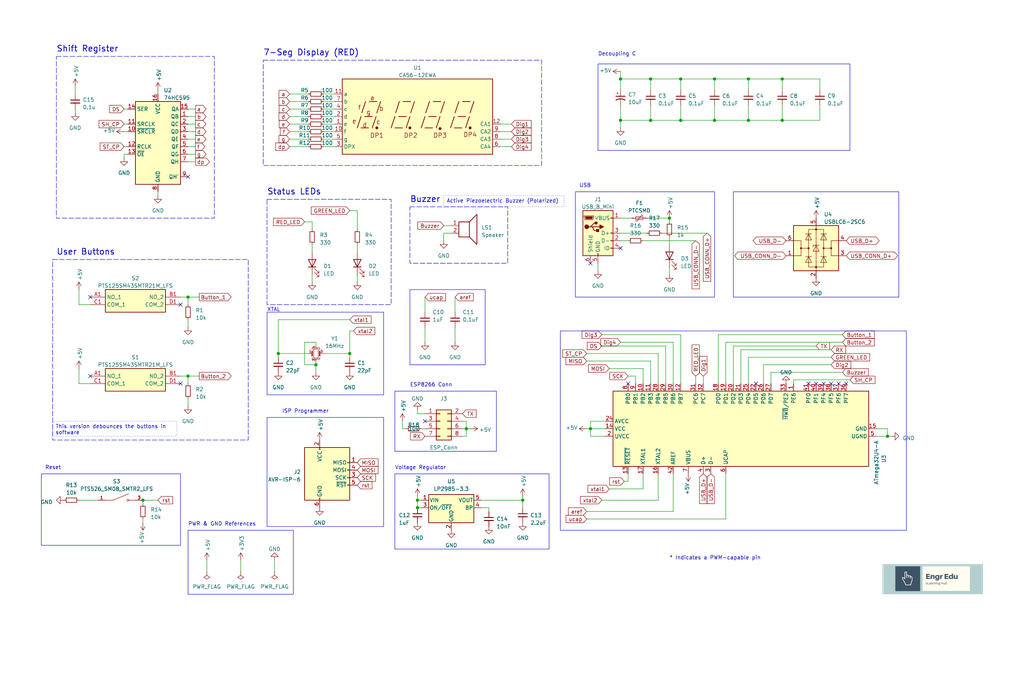
<source format=kicad_sch>
(kicad_sch (version 20230121) (generator eeschema)
  (paper "User" 345.796 230.378)
  (title_block (title "Arduino Uno Shield") (date "2023-03-22") (rev "1.0"))
  (lib_symbols
    (symbol "74xx:74HC595"
      (property "Reference" "U" (at -7.62 13.97 0))
      (property "Value" "74HC595" (at -7.62 -16.51 0))
      (symbol "74HC595_1_0"
        (pin tri_state line (at 10.16 7.62 180) (length 2.54) (name "QB") (number "1"))
        (pin input line (at -10.16 2.54 0) (length 2.54) (name "~{SRCLR}") (number "10"))
        (pin input line (at -10.16 5.08 0) (length 2.54) (name "SRCLK") (number "11"))
        (pin input line (at -10.16 -2.54 0) (length 2.54) (name "RCLK") (number "12"))
        (pin input line (at -10.16 -5.08 0) (length 2.54) (name "~{OE}") (number "13"))
        (pin input line (at -10.16 10.16 0) (length 2.54) (name "SER") (number "14"))
        (pin tri_state line (at 10.16 10.16 180) (length 2.54) (name "QA") (number "15"))
        (pin power_in line (at 0 15.24 270) (length 2.54) (name "VCC") (number "16"))
        (pin tri_state line (at 10.16 5.08 180) (length 2.54) (name "QC") (number "2"))
        (pin tri_state line (at 10.16 2.54 180) (length 2.54) (name "QD") (number "3"))
        (pin tri_state line (at 10.16 0 180) (length 2.54) (name "QE") (number "4"))
        (pin tri_state line (at 10.16 -2.54 180) (length 2.54) (name "QF") (number "5"))
        (pin tri_state line (at 10.16 -5.08 180) (length 2.54) (name "QG") (number "6"))
        (pin tri_state line (at 10.16 -7.62 180) (length 2.54) (name "QH") (number "7"))
        (pin power_in line (at 0 -17.78 90) (length 2.54) (name "GND") (number "8"))
        (pin output line (at 10.16 -12.7 180) (length 2.54) (name "QH'") (number "9"))
      )
    )
    (symbol "Connector:AVR-ISP-6" (pin_names (offset 1.016))
      (property "Reference" "J" (at -6.35 11.43 0))
      (property "Value" "AVR-ISP-6" (at 0 11.43 0))
      (symbol "AVR-ISP-6_1_1"
        (pin passive line (at 10.16 5.08 180) (length 2.54) (name "MISO") (number "1"))
        (pin passive line (at -2.54 12.7 270) (length 2.54) (name "VCC") (number "2"))
        (pin passive line (at 10.16 0 180) (length 2.54) (name "SCK") (number "3"))
        (pin passive line (at 10.16 2.54 180) (length 2.54) (name "MOSI") (number "4"))
        (pin passive line (at 10.16 -2.54 180) (length 2.54) (name "~{RST}") (number "5"))
        (pin passive line (at -2.54 -10.16 90) (length 2.54) (name "GND") (number "6"))
      )
    )
    (symbol "Connector:USB_B_Mini" (pin_names (offset 1.016))
      (property "Reference" "J" (at -5.08 11.43 0))
      (property "Value" "USB_B_Mini" (at -5.08 8.89 0))
      (symbol "USB_B_Mini_1_1"
        (pin power_out line (at 7.62 5.08 180) (length 2.54) (name "VBUS") (number "1"))
        (pin bidirectional line (at 7.62 -2.54 180) (length 2.54) (name "D-") (number "2"))
        (pin bidirectional line (at 7.62 0 180) (length 2.54) (name "D+") (number "3"))
        (pin passive line (at 7.62 -5.08 180) (length 2.54) (name "ID") (number "4"))
        (pin power_out line (at 0 -10.16 90) (length 2.54) (name "GND") (number "5"))
        (pin passive line (at -2.54 -10.16 90) (length 2.54) (name "Shield") (number "6"))
      )
    )
    (symbol "Connector_Generic:Conn_02x04_Odd_Even" (pin_names (offset 1.016) hide)
      (property "Reference" "J" (at 1.27 5.08 0))
      (property "Value" "Conn_02x04_Odd_Even" (at 1.27 -7.62 0))
      (symbol "Conn_02x04_Odd_Even_1_1"
        (pin passive line (at -5.08 2.54 0) (length 3.81) (name "Pin_1") (number "1"))
        (pin passive line (at 7.62 2.54 180) (length 3.81) (name "Pin_2") (number "2"))
        (pin passive line (at -5.08 0 0) (length 3.81) (name "Pin_3") (number "3"))
        (pin passive line (at 7.62 0 180) (length 3.81) (name "Pin_4") (number "4"))
        (pin passive line (at -5.08 -2.54 0) (length 3.81) (name "Pin_5") (number "5"))
        (pin passive line (at 7.62 -2.54 180) (length 3.81) (name "Pin_6") (number "6"))
        (pin passive line (at -5.08 -5.08 0) (length 3.81) (name "Pin_7") (number "7"))
        (pin passive line (at 7.62 -5.08 180) (length 3.81) (name "Pin_8") (number "8"))
      )
    )
    (symbol "Device:C_Polarized_Small_US" (pin_numbers hide) (pin_names (offset 0.254) hide)
      (property "Reference" "C" (at 0.254 1.778 0))
      (property "Value" "C_Polarized_Small_US" (at 0.254 -2.032 0))
      (symbol "C_Polarized_Small_US_1_1"
        (pin passive line (at 0 2.54 270) (length 2.032) (name "~") (number "1"))
        (pin passive line (at 0 -2.54 90) (length 2.032) (name "~") (number "2"))
      )
    )
    (symbol "Device:C_Small" (pin_numbers hide) (pin_names (offset 0.254) hide)
      (property "Reference" "C" (at 0.254 1.778 0))
      (property "Value" "C_Small" (at 0.254 -2.032 0))
      (symbol "C_Small_1_1"
        (pin passive line (at 0 2.54 270) (length 2.032) (name "~") (number "1"))
        (pin passive line (at 0 -2.54 90) (length 2.032) (name "~") (number "2"))
      )
    )
    (symbol "Device:Crystal_GND24_Small" (pin_names (offset 1.016) hide)
      (property "Reference" "Y" (at 1.27 4.445 0))
      (property "Value" "Crystal_GND24_Small" (at 1.27 2.54 0))
      (symbol "Crystal_GND24_Small_1_1"
        (pin passive line (at -2.54 0 0) (length 1.27) (name "1") (number "1"))
        (pin passive line (at 0 -2.54 90) (length 0.635) (name "2") (number "2"))
        (pin passive line (at 2.54 0 180) (length 1.27) (name "3") (number "3"))
        (pin passive line (at 0 2.54 270) (length 0.635) (name "4") (number "4"))
      )
    )
    (symbol "Device:LED" (pin_numbers hide) (pin_names (offset 1.016) hide)
      (property "Reference" "D" (at 0 2.54 0))
      (property "Value" "LED" (at 0 -2.54 0))
      (symbol "LED_1_1"
        (pin passive line (at -3.81 0 0) (length 2.54) (name "K") (number "1"))
        (pin passive line (at 3.81 0 180) (length 2.54) (name "A") (number "2"))
      )
    )
    (symbol "Device:Polyfuse_Small" (pin_numbers hide) (pin_names (offset 0))
      (property "Reference" "F" (at -1.905 0 90))
      (property "Value" "Polyfuse_Small" (at 1.905 0 90))
      (symbol "Polyfuse_Small_1_1"
        (pin passive line (at 0 2.54 270) (length 0.635) (name "~") (number "1"))
        (pin passive line (at 0 -2.54 90) (length 0.635) (name "~") (number "2"))
      )
    )
    (symbol "Device:R_Small" (pin_numbers hide) (pin_names (offset 0.254) hide)
      (property "Reference" "R" (at 0.762 0.508 0))
      (property "Value" "R_Small" (at 0.762 -1.016 0))
      (symbol "R_Small_1_1"
        (pin passive line (at 0 2.54 270) (length 0.762) (name "~") (number "1"))
        (pin passive line (at 0 -2.54 90) (length 0.762) (name "~") (number "2"))
      )
    )
    (symbol "Device:Speaker" (pin_names (offset 0) hide)
      (property "Reference" "LS" (at 1.27 5.715 0))
      (property "Value" "Speaker" (at 1.27 3.81 0))
      (symbol "Speaker_1_1"
        (pin input line (at -5.08 0 0) (length 2.54) (name "1") (number "1"))
        (pin input line (at -5.08 -2.54 0) (length 2.54) (name "2") (number "2"))
      )
    )
    (symbol "Display_Character:CA56-12EWA"
      (property "Reference" "U" (at -24.13 13.97 0))
      (property "Value" "CA56-12EWA" (at 19.05 13.97 0))
      (symbol "CA56-12EWA_0_0"
        (text "a" (at -15.24 6.35 0) (effects (font (size 1.524 1.524))))
        (text "b" (at -12.192 2.794 0) (effects (font (size 1.524 1.524))))
        (text "c" (at -13.208 -1.778 0) (effects (font (size 1.524 1.524))))
        (text "d" (at -17.78 -2.794 0) (effects (font (size 1.524 1.524))))
        (text "DP1" (at -13.716 -6.35 0) (effects (font (size 1.524 1.524))))
        (text "DP2" (at -2.286 -6.35 0) (effects (font (size 1.524 1.524))))
        (text "DP3" (at 7.62 -6.35 0) (effects (font (size 1.524 1.524))))
        (text "DP4" (at 17.78 -6.096 0) (effects (font (size 1.524 1.524))))
        (text "e" (at -21.336 -1.524 0) (effects (font (size 1.524 1.524))))
        (text "f" (at -19.558 3.048 0) (effects (font (size 1.524 1.524))))
        (text "g" (at -16.51 1.524 0) (effects (font (size 1.524 1.524))))
      )
      (symbol "CA56-12EWA_1_1"
        (pin input line (at -27.94 -2.54 0) (length 2.54) (name "e") (number "1"))
        (pin input line (at -27.94 -5.08 0) (length 2.54) (name "f") (number "10"))
        (pin input line (at -27.94 7.62 0) (length 2.54) (name "a") (number "11"))
        (pin input line (at 27.94 -2.54 180) (length 2.54) (name "CA1") (number "12"))
        (pin input line (at -27.94 0 0) (length 2.54) (name "d") (number "2"))
        (pin input line (at -27.94 -10.16 0) (length 2.54) (name "DPX") (number "3"))
        (pin input line (at -27.94 2.54 0) (length 2.54) (name "c") (number "4"))
        (pin input line (at -27.94 -7.62 0) (length 2.54) (name "g") (number "5"))
        (pin input line (at 27.94 -10.16 180) (length 2.54) (name "CA4") (number "6"))
        (pin input line (at -27.94 5.08 0) (length 2.54) (name "b") (number "7"))
        (pin input line (at 27.94 -7.62 180) (length 2.54) (name "CA3") (number "8"))
        (pin input line (at 27.94 -5.08 180) (length 2.54) (name "CA2") (number "9"))
      )
    )
    (symbol "GND_1" (power) (pin_names (offset 0))
      (property "Value" "GND_1" (at 0 -3.81 0))
      (symbol "GND_1_1_1"
        (pin power_in line (at 0 0 270) (length 0) hide (name "GND") (number "1"))
      )
    )
    (symbol "GND_2" (power) (pin_names (offset 0))
      (property "Value" "GND_2" (at 0 -3.81 0))
      (symbol "GND_2_1_1"
        (pin power_in line (at 0 0 270) (length 0) hide (name "GND") (number "1"))
      )
    )
    (symbol "GND_3" (power) (pin_names (offset 0))
      (property "Value" "GND_3" (at 0 -3.81 0))
      (symbol "GND_3_1_1"
        (pin power_in line (at 0 0 270) (length 0) hide (name "GND") (number "1"))
      )
    )
    (symbol "MCU_Microchip_ATmega:ATmega32U4-A"
      (property "Reference" "U" (at -12.7 44.45 0))
      (property "Value" "ATmega32U4-A" (at 2.54 -44.45 0))
      (symbol "ATmega32U4-A_1_1"
        (pin bidirectional line (at 15.24 -17.78 180) (length 2.54) (name "PE6") (number "1"))
        (pin bidirectional line (at 15.24 33.02 180) (length 2.54) (name "PB2") (number "10"))
        (pin bidirectional line (at 15.24 30.48 180) (length 2.54) (name "PB3") (number "11"))
        (pin bidirectional line (at 15.24 20.32 180) (length 2.54) (name "PB7") (number "12"))
        (pin input line (at -15.24 38.1 0) (length 2.54) (name "~{RESET}") (number "13"))
        (pin power_in line (at 0 45.72 270) (length 2.54) (name "VCC") (number "14"))
        (pin power_in line (at 0 -45.72 90) (length 2.54) (name "GND") (number "15"))
        (pin output line (at -15.24 27.94 0) (length 2.54) (name "XTAL2") (number "16"))
        (pin input line (at -15.24 33.02 0) (length 2.54) (name "XTAL1") (number "17"))
        (pin bidirectional line (at 15.24 7.62 180) (length 2.54) (name "PD0") (number "18"))
        (pin bidirectional line (at 15.24 5.08 180) (length 2.54) (name "PD1") (number "19"))
        (pin power_in line (at -2.54 45.72 270) (length 2.54) (name "UVCC") (number "2"))
        (pin bidirectional line (at 15.24 2.54 180) (length 2.54) (name "PD2") (number "20"))
        (pin bidirectional line (at 15.24 0 180) (length 2.54) (name "PD3") (number "21"))
        (pin bidirectional line (at 15.24 -5.08 180) (length 2.54) (name "PD5") (number "22"))
        (pin passive line (at 0 -45.72 90) (length 2.54) hide (name "GND") (number "23"))
        (pin power_in line (at 2.54 45.72 270) (length 2.54) (name "AVCC") (number "24"))
        (pin bidirectional line (at 15.24 -2.54 180) (length 2.54) (name "PD4") (number "25"))
        (pin bidirectional line (at 15.24 -7.62 180) (length 2.54) (name "PD6") (number "26"))
        (pin bidirectional line (at 15.24 -10.16 180) (length 2.54) (name "PD7") (number "27"))
        (pin bidirectional line (at 15.24 27.94 180) (length 2.54) (name "PB4") (number "28"))
        (pin bidirectional line (at 15.24 25.4 180) (length 2.54) (name "PB5") (number "29"))
        (pin bidirectional line (at -15.24 10.16 0) (length 2.54) (name "D-") (number "3"))
        (pin bidirectional line (at 15.24 22.86 180) (length 2.54) (name "PB6") (number "30"))
        (pin bidirectional line (at 15.24 15.24 180) (length 2.54) (name "PC6") (number "31"))
        (pin bidirectional line (at 15.24 12.7 180) (length 2.54) (name "PC7") (number "32"))
        (pin bidirectional line (at 15.24 -15.24 180) (length 2.54) (name "~{HWB}/PE2") (number "33"))
        (pin passive line (at 0 45.72 270) (length 2.54) hide (name "VCC") (number "34"))
        (pin passive line (at 0 -45.72 90) (length 2.54) hide (name "GND") (number "35"))
        (pin bidirectional line (at 15.24 -35.56 180) (length 2.54) (name "PF7") (number "36"))
        (pin bidirectional line (at 15.24 -33.02 180) (length 2.54) (name "PF6") (number "37"))
        (pin bidirectional line (at 15.24 -30.48 180) (length 2.54) (name "PF5") (number "38"))
        (pin bidirectional line (at 15.24 -27.94 180) (length 2.54) (name "PF4") (number "39"))
        (pin bidirectional line (at -15.24 12.7 0) (length 2.54) (name "D+") (number "4"))
        (pin bidirectional line (at 15.24 -25.4 180) (length 2.54) (name "PF1") (number "40"))
        (pin bidirectional line (at 15.24 -22.86 180) (length 2.54) (name "PF0") (number "41"))
        (pin passive line (at -15.24 22.86 0) (length 2.54) (name "AREF") (number "42"))
        (pin passive line (at 0 -45.72 90) (length 2.54) hide (name "GND") (number "43"))
        (pin passive line (at 2.54 45.72 270) (length 2.54) hide (name "AVCC") (number "44"))
        (pin passive line (at -2.54 -45.72 90) (length 2.54) (name "UGND") (number "5"))
        (pin passive line (at -15.24 5.08 0) (length 2.54) (name "UCAP") (number "6"))
        (pin input line (at -15.24 17.78 0) (length 2.54) (name "VBUS") (number "7"))
        (pin bidirectional line (at 15.24 38.1 180) (length 2.54) (name "PB0") (number "8"))
        (pin bidirectional line (at 15.24 35.56 180) (length 2.54) (name "PB1") (number "9"))
      )
    )
    (symbol "PTS125_SMD_Button:PTS125SM43SMTR21M_LFS"
      (property "Reference" "S" (at 26.67 7.62 0))
      (property "Value" "PTS125SM43SMTR21M_LFS" (at 26.67 5.08 0))
      (symbol "PTS125SM43SMTR21M_LFS_1_1"
        (pin passive line (at 0 0 0) (length 5.08) (name "NO_1") (number "A1"))
        (pin passive line (at 30.48 0 180) (length 5.08) (name "NO_2") (number "B1"))
        (pin passive line (at 0 -2.54 0) (length 5.08) (name "COM_1") (number "C1"))
        (pin passive line (at 30.48 -2.54 180) (length 5.08) (name "COM_2") (number "D1"))
      )
    )
    (symbol "PTS526_SMD_Button:PTS526_SM08_SMTR2_LFS" (pin_names (offset 1.016))
      (property "Reference" "S" (at -2.54 2.54 0))
      (property "Value" "PTS526_SM08_SMTR2_LFS" (at -2.54 -2.54 0))
      (symbol "PTS526_SM08_SMTR2_LFS_0_0"
        (pin passive line (at -7.62 0 0) (length 2.54) (name "~") (number "1"))
        (pin passive line (at 7.62 0 180) (length 2.54) (name "~") (number "3"))
      )
    )
    (symbol "Power_Protection:USBLC6-2SC6" (pin_names hide)
      (property "Reference" "U" (at 2.54 8.89 0))
      (property "Value" "USBLC6-2SC6" (at 2.54 -8.89 0))
      (symbol "USBLC6-2SC6_1_1"
        (pin passive line (at -10.16 -2.54 0) (length 2.54) (name "I/O1") (number "1"))
        (pin passive line (at 0 -10.16 90) (length 2.54) (name "GND") (number "2"))
        (pin passive line (at 10.16 -2.54 180) (length 2.54) (name "I/O2") (number "3"))
        (pin passive line (at 10.16 2.54 180) (length 2.54) (name "I/O2") (number "4"))
        (pin passive line (at 0 10.16 270) (length 2.54) (name "VBUS") (number "5"))
        (pin passive line (at -10.16 2.54 0) (length 2.54) (name "I/O1") (number "6"))
      )
    )
    (symbol "Regulator_Linear:LP2985-3.3" (pin_names (offset 0.254))
      (property "Reference" "U" (at -6.35 5.715 0))
      (property "Value" "LP2985-3.3" (at 0 5.715 0))
      (symbol "LP2985-3.3_1_1"
        (pin power_in line (at -10.16 2.54 0) (length 2.54) (name "VIN") (number "1"))
        (pin power_in line (at 0 -7.62 90) (length 2.54) (name "GND") (number "2"))
        (pin input line (at -10.16 0 0) (length 2.54) (name "ON/~{OFF}") (number "3"))
        (pin input line (at 10.16 0 180) (length 2.54) (name "BP") (number "4"))
        (pin power_out line (at 10.16 2.54 180) (length 2.54) (name "VOUT") (number "5"))
      )
    )
    (symbol "power:+3V3" (power) (pin_names (offset 0))
      (property "Value" "+3V3" (at 0 3.556 0))
      (symbol "+3V3_1_1"
        (pin power_in line (at 0 0 90) (length 0) hide (name "+3V3") (number "1"))
      )
    )
    (symbol "power:+5V" (power) (pin_names (offset 0))
      (property "Value" "+5V" (at 0 3.556 0))
      (symbol "+5V_1_1"
        (pin power_in line (at 0 0 90) (length 0) hide (name "+5V") (number "1"))
      )
    )
    (symbol "power:PWR_FLAG" (power) (pin_numbers hide) (pin_names (offset 0) hide)
      (property "Value" "PWR_FLAG" (at 0 3.81 0))
      (symbol "PWR_FLAG_0_0"
        (pin power_out line (at 0 0 90) (length 0) (name "pwr") (number "1"))
      )
    )
  )
  (junction (at 118.11 119.38))
  (junction (at 93.98 119.38))
  (junction (at 264.16 40.64))
  (junction (at 176.53 168.91))
  (junction (at 140.97 171.45))
  (junction (at 241.3 26.67))
  (junction (at 264.16 26.67))
  (junction (at 219.71 40.64))
  (junction (at 48.26 168.91))
  (junction (at 157.48 144.78))
  (junction (at 241.3 40.64))
  (junction (at 229.87 26.67))
  (junction (at 252.73 40.64))
  (junction (at 199.39 144.78))
  (junction (at 63.5 127))
  (junction (at 226.06 73.66))
  (junction (at 252.73 26.67))
  (junction (at 229.87 40.64))
  (junction (at 140.97 168.91))
  (junction (at 106.68 123.19))
  (junction (at 63.5 100.33))
  (junction (at 209.55 26.67))
  (junction (at 299.72 147.32))
  (junction (at 209.55 40.64))
  (junction (at 219.71 26.67))
  (no_connect (at 255.27 129.54))
  (no_connect (at 143.51 142.24))
  (no_connect (at 280.67 129.54))
  (no_connect (at 60.96 102.87))
  (no_connect (at 283.21 129.54))
  (no_connect (at 30.48 100.33))
  (no_connect (at 199.39 88.9))
  (no_connect (at 60.96 129.54))
  (no_connect (at 209.55 83.82))
  (no_connect (at 212.09 129.54))
  (no_connect (at 275.59 129.54))
  (no_connect (at 63.5 59.69))
  (no_connect (at 273.05 129.54))
  (no_connect (at 278.13 129.54))
  (no_connect (at 30.48 127))
  (no_connect (at 285.75 129.54))
  (wire (pts (xy 162.56 168.91) (xy 176.53 168.91)))
  (wire (pts (xy 222.25 119.38) (xy 198.12 119.38)))
  (wire (pts (xy 229.87 35.56) (xy 229.87 40.64)))
  (wire (pts (xy 53.34 64.77) (xy 53.34 66.04)))
  (wire (pts (xy 153.67 110.49) (xy 153.67 115.57)))
  (wire (pts (xy 63.5 127) (xy 63.5 129.54)))
  (wire (pts (xy 157.48 147.32) (xy 156.21 147.32)))
  (wire (pts (xy 109.22 36.83) (xy 113.03 36.83)))
  (wire (pts (xy 209.55 24.13) (xy 209.55 26.67)))
  (wire (pts (xy 140.97 138.43) (xy 140.97 139.7)))
  (wire (pts (xy 118.11 119.38) (xy 118.11 120.65)))
  (wire (pts (xy 92.71 189.23) (xy 92.71 193.04)))
  (wire (pts (xy 25.4 29.21) (xy 25.4 31.75)))
  (wire (pts (xy 142.24 144.78) (xy 143.51 144.78)))
  (wire (pts (xy 48.26 170.18) (xy 48.26 168.91)))
  (wire (pts (xy 149.86 78.74) (xy 149.86 81.28)))
  (wire (pts (xy 217.17 124.46) (xy 217.17 129.54)))
  (wire (pts (xy 198.12 121.92) (xy 219.71 121.92)))
  (wire (pts (xy 63.5 36.83) (xy 66.04 36.83)))
  (wire (pts (xy 217.17 160.02) (xy 217.17 165.1)))
  (wire (pts (xy 63.5 127) (xy 67.31 127)))
  (wire (pts (xy 30.48 102.87) (xy 26.67 102.87)))
  (wire (pts (xy 241.3 26.67) (xy 252.73 26.67)))
  (wire (pts (xy 63.5 100.33) (xy 63.5 102.87)))
  (wire (pts (xy 102.87 115.57) (xy 106.68 115.57)))
  (wire (pts (xy 219.71 121.92) (xy 219.71 129.54)))
  (wire (pts (xy 241.3 26.67) (xy 241.3 30.48)))
  (wire (pts (xy 226.06 90.17) (xy 226.06 92.71)))
  (wire (pts (xy 205.74 124.46) (xy 217.17 124.46)))
  (wire (pts (xy 105.41 82.55) (xy 105.41 85.09)))
  (wire (pts (xy 102.87 123.19) (xy 102.87 115.57)))
  (wire (pts (xy 222.25 168.91) (xy 203.2 168.91)))
  (wire (pts (xy 199.39 142.24) (xy 199.39 144.78)))
  (wire (pts (xy 280.67 118.11) (xy 250.19 118.11)))
  (wire (pts (xy 41.91 41.91) (xy 43.18 41.91)))
  (wire (pts (xy 229.87 40.64) (xy 241.3 40.64)))
  (wire (pts (xy 69.85 189.23) (xy 69.85 193.04)))
  (wire (pts (xy 93.98 107.95) (xy 93.98 119.38)))
  (wire (pts (xy 153.67 100.33) (xy 153.67 105.41)))
  (wire (pts (xy 284.48 115.57) (xy 245.11 115.57)))
  (wire (pts (xy 252.73 40.64) (xy 264.16 40.64)))
  (wire (pts (xy 106.68 123.19) (xy 102.87 123.19)))
  (wire (pts (xy 219.71 40.64) (xy 209.55 40.64)))
  (wire (pts (xy 118.11 111.76) (xy 118.11 119.38)))
  (wire (pts (xy 97.79 36.83) (xy 104.14 36.83)))
  (wire (pts (xy 276.86 35.56) (xy 276.86 40.64)))
  (wire (pts (xy 149.86 76.2) (xy 152.4 76.2)))
  (wire (pts (xy 140.97 171.45) (xy 142.24 171.45)))
  (wire (pts (xy 284.48 113.03) (xy 242.57 113.03)))
  (wire (pts (xy 168.91 44.45) (xy 172.72 44.45)))
  (wire (pts (xy 223.52 78.74) (xy 238.76 78.74)))
  (wire (pts (xy 299.72 147.32) (xy 299.72 144.78)))
  (wire (pts (xy 120.65 71.12) (xy 120.65 77.47)))
  (wire (pts (xy 252.73 35.56) (xy 252.73 40.64)))
  (wire (pts (xy 81.28 189.23) (xy 81.28 193.04)))
  (wire (pts (xy 229.87 26.67) (xy 241.3 26.67)))
  (wire (pts (xy 93.98 120.65) (xy 93.98 119.38)))
  (wire (pts (xy 97.79 34.29) (xy 104.14 34.29)))
  (wire (pts (xy 43.18 52.07) (xy 41.91 52.07)))
  (wire (pts (xy 227.33 115.57) (xy 227.33 129.54)))
  (wire (pts (xy 218.44 73.66) (xy 226.06 73.66)))
  (wire (pts (xy 237.49 127) (xy 237.49 129.54)))
  (wire (pts (xy 176.53 168.91) (xy 176.53 171.45)))
  (wire (pts (xy 120.65 82.55) (xy 120.65 85.09)))
  (wire (pts (xy 97.79 41.91) (xy 104.14 41.91)))
  (wire (pts (xy 264.16 26.67) (xy 264.16 30.48)))
  (wire (pts (xy 176.53 167.64) (xy 176.53 168.91)))
  (wire (pts (xy 53.34 30.48) (xy 53.34 31.75)))
  (wire (pts (xy 257.81 123.19) (xy 257.81 129.54)))
  (wire (pts (xy 140.97 167.64) (xy 140.97 168.91)))
  (wire (pts (xy 118.11 71.12) (xy 120.65 71.12)))
  (wire (pts (xy 106.68 123.19) (xy 106.68 125.73)))
  (wire (pts (xy 287.02 128.27) (xy 267.97 128.27)))
  (wire (pts (xy 280.67 123.19) (xy 257.81 123.19)))
  (wire (pts (xy 250.19 118.11) (xy 250.19 129.54)))
  (wire (pts (xy 217.17 165.1) (xy 205.74 165.1)))
  (wire (pts (xy 245.11 115.57) (xy 245.11 129.54)))
  (wire (pts (xy 97.79 44.45) (xy 104.14 44.45)))
  (wire (pts (xy 295.91 147.32) (xy 299.72 147.32)))
  (wire (pts (xy 41.91 36.83) (xy 43.18 36.83)))
  (wire (pts (xy 140.97 139.7) (xy 143.51 139.7)))
  (wire (pts (xy 109.22 31.75) (xy 113.03 31.75)))
  (wire (pts (xy 63.5 100.33) (xy 67.31 100.33)))
  (wire (pts (xy 203.2 116.84) (xy 224.79 116.84)))
  (wire (pts (xy 234.95 127) (xy 234.95 129.54)))
  (wire (pts (xy 199.39 144.78) (xy 204.47 144.78)))
  (wire (pts (xy 120.65 92.71) (xy 120.65 95.25)))
  (wire (pts (xy 63.5 49.53) (xy 66.04 49.53)))
  (wire (pts (xy 168.91 46.99) (xy 172.72 46.99)))
  (wire (pts (xy 198.12 144.78) (xy 199.39 144.78)))
  (wire (pts (xy 109.22 119.38) (xy 118.11 119.38)))
  (wire (pts (xy 252.73 26.67) (xy 264.16 26.67)))
  (wire (pts (xy 165.1 171.45) (xy 165.1 172.72)))
  (wire (pts (xy 41.91 44.45) (xy 43.18 44.45)))
  (wire (pts (xy 209.55 26.67) (xy 219.71 26.67)))
  (wire (pts (xy 109.22 39.37) (xy 113.03 39.37)))
  (wire (pts (xy 60.96 100.33) (xy 63.5 100.33)))
  (wire (pts (xy 284.48 125.73) (xy 260.35 125.73)))
  (wire (pts (xy 241.3 40.64) (xy 252.73 40.64)))
  (wire (pts (xy 118.11 107.95) (xy 93.98 107.95)))
  (wire (pts (xy 48.26 175.26) (xy 48.26 176.53)))
  (wire (pts (xy 212.09 162.56) (xy 212.09 160.02)))
  (wire (pts (xy 217.17 81.28) (xy 234.95 81.28)))
  (wire (pts (xy 203.2 113.03) (xy 229.87 113.03)))
  (wire (pts (xy 204.47 147.32) (xy 199.39 147.32)))
  (wire (pts (xy 201.93 88.9) (xy 201.93 91.44)))
  (wire (pts (xy 226.06 73.66) (xy 226.06 74.93)))
  (wire (pts (xy 157.48 144.78) (xy 157.48 147.32)))
  (wire (pts (xy 97.79 49.53) (xy 104.14 49.53)))
  (wire (pts (xy 152.4 78.74) (xy 149.86 78.74)))
  (wire (pts (xy 48.26 168.91) (xy 53.34 168.91)))
  (wire (pts (xy 252.73 26.67) (xy 252.73 30.48)))
  (wire (pts (xy 222.25 160.02) (xy 222.25 168.91)))
  (wire (pts (xy 241.3 35.56) (xy 241.3 40.64)))
  (wire (pts (xy 156.21 142.24) (xy 157.48 142.24)))
  (wire (pts (xy 93.98 119.38) (xy 104.14 119.38)))
  (wire (pts (xy 264.16 35.56) (xy 264.16 40.64)))
  (wire (pts (xy 226.06 80.01) (xy 226.06 82.55)))
  (wire (pts (xy 219.71 26.67) (xy 219.71 30.48)))
  (wire (pts (xy 41.91 52.07) (xy 41.91 53.34)))
  (wire (pts (xy 209.55 40.64) (xy 209.55 43.18)))
  (wire (pts (xy 109.22 46.99) (xy 113.03 46.99)))
  (wire (pts (xy 198.12 175.26) (xy 245.11 175.26)))
  (wire (pts (xy 63.5 41.91) (xy 66.04 41.91)))
  (wire (pts (xy 109.22 34.29) (xy 113.03 34.29)))
  (wire (pts (xy 97.79 39.37) (xy 104.14 39.37)))
  (wire (pts (xy 209.55 81.28) (xy 212.09 81.28)))
  (wire (pts (xy 135.89 144.78) (xy 135.89 142.24)))
  (wire (pts (xy 109.22 44.45) (xy 113.03 44.45)))
  (wire (pts (xy 140.97 168.91) (xy 140.97 171.45)))
  (wire (pts (xy 156.21 144.78) (xy 157.48 144.78)))
  (wire (pts (xy 280.67 120.65) (xy 252.73 120.65)))
  (wire (pts (xy 63.5 107.95) (xy 63.5 110.49)))
  (wire (pts (xy 26.67 168.91) (xy 33.02 168.91)))
  (wire (pts (xy 264.16 40.64) (xy 276.86 40.64)))
  (wire (pts (xy 209.55 26.67) (xy 209.55 30.48)))
  (wire (pts (xy 210.82 162.56) (xy 212.09 162.56)))
  (wire (pts (xy 63.5 44.45) (xy 66.04 44.45)))
  (wire (pts (xy 198.12 172.72) (xy 227.33 172.72)))
  (wire (pts (xy 199.39 142.24) (xy 204.47 142.24)))
  (wire (pts (xy 142.24 168.91) (xy 140.97 168.91)))
  (wire (pts (xy 219.71 35.56) (xy 219.71 40.64)))
  (wire (pts (xy 252.73 120.65) (xy 252.73 129.54)))
  (wire (pts (xy 168.91 49.53) (xy 172.72 49.53)))
  (wire (pts (xy 63.5 46.99) (xy 66.04 46.99)))
  (wire (pts (xy 229.87 113.03) (xy 229.87 129.54)))
  (wire (pts (xy 26.67 102.87) (xy 26.67 97.79)))
  (wire (pts (xy 245.11 175.26) (xy 245.11 160.02)))
  (wire (pts (xy 63.5 39.37) (xy 66.04 39.37)))
  (wire (pts (xy 219.71 26.67) (xy 229.87 26.67)))
  (wire (pts (xy 119.38 111.76) (xy 118.11 111.76)))
  (wire (pts (xy 242.57 113.03) (xy 242.57 129.54)))
  (wire (pts (xy 63.5 134.62) (xy 63.5 137.16)))
  (wire (pts (xy 229.87 26.67) (xy 229.87 30.48)))
  (wire (pts (xy 143.51 110.49) (xy 143.51 115.57)))
  (wire (pts (xy 209.55 78.74) (xy 218.44 78.74)))
  (wire (pts (xy 97.79 31.75) (xy 104.14 31.75)))
  (wire (pts (xy 97.79 46.99) (xy 104.14 46.99)))
  (wire (pts (xy 106.68 115.57) (xy 106.68 116.84)))
  (wire (pts (xy 212.09 127) (xy 214.63 127)))
  (wire (pts (xy 25.4 38.1) (xy 25.4 36.83)))
  (wire (pts (xy 162.56 171.45) (xy 165.1 171.45)))
  (wire (pts (xy 157.48 142.24) (xy 157.48 144.78)))
  (wire (pts (xy 137.16 144.78) (xy 135.89 144.78)))
  (wire (pts (xy 105.41 74.93) (xy 105.41 77.47)))
  (wire (pts (xy 105.41 92.71) (xy 105.41 95.25)))
  (wire (pts (xy 222.25 129.54) (xy 222.25 119.38)))
  (wire (pts (xy 26.67 129.54) (xy 26.67 124.46)))
  (wire (pts (xy 275.59 116.84) (xy 247.65 116.84)))
  (wire (pts (xy 199.39 144.78) (xy 199.39 147.32)))
  (wire (pts (xy 209.55 115.57) (xy 227.33 115.57)))
  (wire (pts (xy 260.35 125.73) (xy 260.35 129.54)))
  (wire (pts (xy 109.22 41.91) (xy 113.03 41.91)))
  (wire (pts (xy 209.55 73.66) (xy 213.36 73.66)))
  (wire (pts (xy 63.5 54.61) (xy 66.04 54.61)))
  (wire (pts (xy 247.65 116.84) (xy 247.65 129.54)))
  (wire (pts (xy 227.33 172.72) (xy 227.33 160.02)))
  (wire (pts (xy 267.97 128.27) (xy 267.97 129.54)))
  (wire (pts (xy 295.91 144.78) (xy 299.72 144.78)))
  (wire (pts (xy 168.91 41.91) (xy 172.72 41.91)))
  (wire (pts (xy 30.48 129.54) (xy 26.67 129.54)))
  (wire (pts (xy 299.72 147.32) (xy 300.99 147.32)))
  (wire (pts (xy 157.48 144.78) (xy 158.75 144.78)))
  (wire (pts (xy 106.68 121.92) (xy 106.68 123.19)))
  (wire (pts (xy 41.91 49.53) (xy 43.18 49.53)))
  (wire (pts (xy 214.63 127) (xy 214.63 129.54)))
  (wire (pts (xy 219.71 40.64) (xy 229.87 40.64)))
  (wire (pts (xy 60.96 127) (xy 63.5 127)))
  (wire (pts (xy 276.86 26.67) (xy 276.86 30.48)))
  (wire (pts (xy 224.79 116.84) (xy 224.79 129.54)))
  (wire (pts (xy 102.87 74.93) (xy 105.41 74.93)))
  (wire (pts (xy 143.51 100.33) (xy 143.51 105.41)))
  (wire (pts (xy 63.5 52.07) (xy 66.04 52.07)))
  (wire (pts (xy 209.55 35.56) (xy 209.55 40.64)))
  (wire (pts (xy 264.16 26.67) (xy 276.86 26.67)))
  (wire (pts (xy 109.22 49.53) (xy 113.03 49.53)))
  (rectangle (start 63.5 179.07) (end 99.06 200.66))
  (rectangle (start 247.65 64.77) (end 303.53 100.33))
  (rectangle (start 133.35 160.02) (end 185.42 185.42))
  (rectangle (start 90.17 67.31) (end 132.08 102.87) (stroke (width 0) (type dash)))
  (rectangle (start 189.23 111.76) (end 306.07 179.07))
  (rectangle (start 201.93 21.59) (end 287.02 50.8))
  (rectangle (start 133.35 132.08) (end 167.64 152.4))
  (rectangle (start 138.43 69.85) (end 171.45 88.9) (stroke (width 0) (type dash)))
  (rectangle (start 17.78 87.63) (end 83.82 148.59) (stroke (width 0) (type dash)))
  (rectangle (start 90.17 105.41) (end 129.54 133.35))
  (rectangle (start 90.17 140.97) (end 129.54 177.8))
  (rectangle (start 13.97 160.02) (end 60.96 184.15))
  (rectangle (start 19.05 19.05) (end 72.39 73.66) (stroke (width 0) (type dash)))
  (rectangle (start 194.31 64.77) (end 241.3 100.33))
  (rectangle (start 88.9 20.32) (end 182.88 55.88) (stroke (width 0) (type dash)))
  (rectangle (start 138.43 97.79) (end 163.83 123.19))
  (image (at 314.96 195.58) (scale 0.800628))
  (text_box "Active Piezoelectric Buzzer (Polarized)" (at 149.86 66.04 0) (size 40.64 3.81) (stroke (width 0) (type dot)) (effects (font (size 1.27 1.27)) (justify left top)))
  (text_box "This version debounces the buttons in software" (at 17.78 142.24 0) (size 41.91 5.08) (stroke (width 0) (type dot)) (effects (font (size 1.27 1.27)) (justify left top)))
  (text "Shift Register" (at 19.05 17.78 0) (effects (font (size 2 2) (thickness 0.254) bold) (justify left bottom)))
  (text "USB" (at 195.58 63.5 0) (effects (font (size 1.27 1.27)) (justify left bottom)))
  (text "Voltage Regulator" (at 133.35 158.75 0) (effects (font (size 1.27 1.27)) (justify left bottom)))
  (text "Decoupling C" (at 201.93 19.05 0) (effects (font (size 1.27 1.27)) (justify left bottom)))
  (text "Status LEDs" (at 90.17 66.04 0) (effects (font (size 2 2) (thickness 0.254) bold) (justify left bottom)))
  (text "ESP8266 Conn" (at 138.43 130.81 0) (effects (font (size 1.27 1.27)) (justify left bottom)))
  (text "Reset" (at 15.24 158.75 0) (effects (font (size 1.27 1.27)) (justify left bottom)))
  (text "User Buttons" (at 19.05 86.36 0) (effects (font (size 2 2) (thickness 0.254) bold) (justify left bottom)))
  (text "PWR & GND References" (at 63.5 177.8 0) (effects (font (size 1.27 1.27)) (justify left bottom)))
  (text "Buzzer" (at 138.43 68.58 0) (effects (font (size 2 2) (thickness 0.254) bold) (justify left bottom)))
  (text "* Indicates a PWM-capable pin" (at 226.06 189.23 0) (effects (font (size 1.27 1.27)) (justify left bottom)))
  (text "7-Seg Display (RED)" (at 88.9 19.05 0) (effects (font (size 2 2) (thickness 0.254) bold) (justify left bottom)))
  (text "XTAL\n" (at 90.17 105.41 0) (effects (font (size 1.27 1.27)) (justify left bottom)))
  (text "ISP Programmer" (at 95.25 139.7 0) (effects (font (size 1.27 1.27)) (justify left bottom)))
  (global_label "GREEN_LED" (shape input) (at 280.67 120.65 0) (property "Intersheetrefs" "${INTERSHEET_REFS}" (effects hide)))
  (global_label "xtal2" (shape input) (at 203.2 168.91 180) (property "Intersheetrefs" "${INTERSHEET_REFS}" (effects hide)))
  (global_label "e" (shape output) (at 66.04 46.99 0) (property "Intersheetrefs" "${INTERSHEET_REFS}" (effects hide)))
  (global_label "Button_1" (shape output) (at 67.31 100.33 0) (property "Intersheetrefs" "${INTERSHEET_REFS}" (effects hide)))
  (global_label "Dig2" (shape input) (at 280.67 123.19 0) (property "Intersheetrefs" "${INTERSHEET_REFS}" (effects hide)))
  (global_label "g" (shape output) (at 66.04 52.07 0) (property "Intersheetrefs" "${INTERSHEET_REFS}" (effects hide)))
  (global_label "USB_CONN_D-" (shape bidirectional) (at 265.43 86.36 180) (property "Intersheetrefs" "${INTERSHEET_REFS}" (effects hide)))
  (global_label "USB_D+" (shape bidirectional) (at 285.75 81.28 0) (property "Intersheetrefs" "${INTERSHEET_REFS}" (effects hide)))
  (global_label "ucap" (shape input) (at 198.12 175.26 180) (property "Intersheetrefs" "${INTERSHEET_REFS}" (effects hide)))
  (global_label "dp" (shape output) (at 66.04 54.61 0) (property "Intersheetrefs" "${INTERSHEET_REFS}" (effects hide)))
  (global_label "b" (shape input) (at 97.79 34.29 180) (property "Intersheetrefs" "${INTERSHEET_REFS}" (effects hide)))
  (global_label "f" (shape output) (at 66.04 49.53 0) (property "Intersheetrefs" "${INTERSHEET_REFS}" (effects hide)))
  (global_label "ST_CP" (shape input) (at 41.91 49.53 180) (property "Intersheetrefs" "${INTERSHEET_REFS}" (effects hide)))
  (global_label "MISO" (shape input) (at 198.12 121.92 180) (property "Intersheetrefs" "${INTERSHEET_REFS}" (effects hide)))
  (global_label "TX" (shape input) (at 156.21 139.7 0) (property "Intersheetrefs" "${INTERSHEET_REFS}" (effects hide)))
  (global_label "USB_CONN_D+" (shape input) (at 238.76 78.74 270) (property "Intersheetrefs" "${INTERSHEET_REFS}" (effects hide)))
  (global_label "d" (shape input) (at 97.79 39.37 180) (property "Intersheetrefs" "${INTERSHEET_REFS}" (effects hide)))
  (global_label "a" (shape input) (at 97.79 31.75 180) (property "Intersheetrefs" "${INTERSHEET_REFS}" (effects hide)))
  (global_label "Dig4" (shape input) (at 209.55 115.57 180) (property "Intersheetrefs" "${INTERSHEET_REFS}" (effects hide)))
  (global_label "USB_CONN_D-" (shape input) (at 234.95 81.28 270) (property "Intersheetrefs" "${INTERSHEET_REFS}" (effects hide)))
  (global_label "RX" (shape input) (at 143.51 147.32 180) (property "Intersheetrefs" "${INTERSHEET_REFS}" (effects hide)))
  (global_label "TX" (shape input) (at 275.59 116.84 0) (property "Intersheetrefs" "${INTERSHEET_REFS}" (effects hide)))
  (global_label "RED_LED" (shape input) (at 234.95 127 90) (property "Intersheetrefs" "${INTERSHEET_REFS}" (effects hide)))
  (global_label "c" (shape output) (at 66.04 41.91 0) (property "Intersheetrefs" "${INTERSHEET_REFS}" (effects hide)))
  (global_label "aref" (shape input) (at 198.12 172.72 180) (property "Intersheetrefs" "${INTERSHEET_REFS}" (effects hide)))
  (global_label "ST_CP" (shape input) (at 198.12 119.38 180) (property "Intersheetrefs" "${INTERSHEET_REFS}" (effects hide)))
  (global_label "g" (shape input) (at 97.79 46.99 180) (property "Intersheetrefs" "${INTERSHEET_REFS}" (effects hide)))
  (global_label "MOSI" (shape input) (at 205.74 124.46 180) (property "Intersheetrefs" "${INTERSHEET_REFS}" (effects hide)))
  (global_label "Dig1" (shape input) (at 172.72 41.91 0) (property "Intersheetrefs" "${INTERSHEET_REFS}" (effects hide)))
  (global_label "USB_D-" (shape input) (at 240.03 160.02 270) (property "Intersheetrefs" "${INTERSHEET_REFS}" (effects hide)))
  (global_label "RX" (shape input) (at 280.67 118.11 0) (property "Intersheetrefs" "${INTERSHEET_REFS}" (effects hide)))
  (global_label "GREEN_LED" (shape input) (at 118.11 71.12 180) (property "Intersheetrefs" "${INTERSHEET_REFS}" (effects hide)))
  (global_label "xtal1" (shape input) (at 118.11 107.95 0) (property "Intersheetrefs" "${INTERSHEET_REFS}" (effects hide)))
  (global_label "a" (shape output) (at 66.04 36.83 0) (property "Intersheetrefs" "${INTERSHEET_REFS}" (effects hide)))
  (global_label "Buzzer" (shape input) (at 284.48 125.73 0) (property "Intersheetrefs" "${INTERSHEET_REFS}" (effects hide)))
  (global_label "Dig2" (shape input) (at 172.72 44.45 0) (property "Intersheetrefs" "${INTERSHEET_REFS}" (effects hide)))
  (global_label "MISO" (shape input) (at 120.65 156.21 0) (property "Intersheetrefs" "${INTERSHEET_REFS}" (effects hide)))
  (global_label "DS" (shape input) (at 41.91 36.83 180) (property "Intersheetrefs" "${INTERSHEET_REFS}" (effects hide)))
  (global_label "ucap" (shape input) (at 143.51 100.33 0) (property "Intersheetrefs" "${INTERSHEET_REFS}" (effects hide)))
  (global_label "SH_CP" (shape input) (at 41.91 41.91 180) (property "Intersheetrefs" "${INTERSHEET_REFS}" (effects hide)))
  (global_label "SH_CP" (shape input) (at 287.02 128.27 0) (property "Intersheetrefs" "${INTERSHEET_REFS}" (effects hide)))
  (global_label "Button_2" (shape output) (at 67.31 127 0) (property "Intersheetrefs" "${INTERSHEET_REFS}" (effects hide)))
  (global_label "Dig4" (shape input) (at 172.72 49.53 0) (property "Intersheetrefs" "${INTERSHEET_REFS}" (effects hide)))
  (global_label "rst" (shape input) (at 120.65 163.83 0) (property "Intersheetrefs" "${INTERSHEET_REFS}" (effects hide)))
  (global_label "rst" (shape input) (at 210.82 162.56 180) (property "Intersheetrefs" "${INTERSHEET_REFS}" (effects hide)))
  (global_label "USB_D+" (shape input) (at 237.49 160.02 270) (property "Intersheetrefs" "${INTERSHEET_REFS}" (effects hide)))
  (global_label "aref" (shape input) (at 153.67 100.33 0) (property "Intersheetrefs" "${INTERSHEET_REFS}" (effects hide)))
  (global_label "USB_CONN_D+" (shape bidirectional) (at 285.75 86.36 0) (property "Intersheetrefs" "${INTERSHEET_REFS}" (effects hide)))
  (global_label "c" (shape input) (at 97.79 36.83 180) (property "Intersheetrefs" "${INTERSHEET_REFS}" (effects hide)))
  (global_label "SCK" (shape input) (at 212.09 127 180) (property "Intersheetrefs" "${INTERSHEET_REFS}" (effects hide)))
  (global_label "Button_1" (shape input) (at 284.48 113.03 0) (property "Intersheetrefs" "${INTERSHEET_REFS}" (effects hide)))
  (global_label "USB_D-" (shape bidirectional) (at 265.43 81.28 180) (property "Intersheetrefs" "${INTERSHEET_REFS}" (effects hide)))
  (global_label "dp" (shape input) (at 97.79 49.53 180) (property "Intersheetrefs" "${INTERSHEET_REFS}" (effects hide)))
  (global_label "Dig3" (shape input) (at 203.2 113.03 180) (property "Intersheetrefs" "${INTERSHEET_REFS}" (effects hide)))
  (global_label "rst" (shape input) (at 53.34 168.91 0) (property "Intersheetrefs" "${INTERSHEET_REFS}" (effects hide)))
  (global_label "Dig3" (shape input) (at 172.72 46.99 0) (property "Intersheetrefs" "${INTERSHEET_REFS}" (effects hide)))
  (global_label "DS" (shape input) (at 203.2 116.84 180) (property "Intersheetrefs" "${INTERSHEET_REFS}" (effects hide)))
  (global_label "Buzzer" (shape input) (at 149.86 76.2 180) (property "Intersheetrefs" "${INTERSHEET_REFS}" (effects hide)))
  (global_label "Button_2" (shape input) (at 284.48 115.57 0) (property "Intersheetrefs" "${INTERSHEET_REFS}" (effects hide)))
  (global_label "MOSI" (shape input) (at 120.65 158.75 0) (property "Intersheetrefs" "${INTERSHEET_REFS}" (effects hide)))
  (global_label "Dig1" (shape input) (at 237.49 127 90) (property "Intersheetrefs" "${INTERSHEET_REFS}" (effects hide)))
  (global_label "SCK" (shape input) (at 120.65 161.29 0) (property "Intersheetrefs" "${INTERSHEET_REFS}" (effects hide)))
  (global_label "d" (shape output) (at 66.04 44.45 0) (property "Intersheetrefs" "${INTERSHEET_REFS}" (effects hide)))
  (global_label "xtal2" (shape input) (at 119.38 111.76 0) (property "Intersheetrefs" "${INTERSHEET_REFS}" (effects hide)))
  (global_label "e" (shape input) (at 97.79 41.91 180) (property "Intersheetrefs" "${INTERSHEET_REFS}" (effects hide)))
  (global_label "f" (shape input) (at 97.79 44.45 180) (property "Intersheetrefs" "${INTERSHEET_REFS}" (effects hide)))
  (global_label "b" (shape output) (at 66.04 39.37 0) (property "Intersheetrefs" "${INTERSHEET_REFS}" (effects hide)))
  (global_label "RED_LED" (shape input) (at 102.87 74.93 180) (property "Intersheetrefs" "${INTERSHEET_REFS}" (effects hide)))
  (global_label "xtal1" (shape input) (at 205.74 165.1 180) (property "Intersheetrefs" "${INTERSHEET_REFS}" (effects hide)))
  (symbol (lib_id "power:+5V") (at 26.67 124.46 0) (unit 1)
    (property "Reference" "#PWR014" (effects hide))
    (property "Value" "+5V" (at 27.0256 121.412 90) (effects (justify left)))
  )
  (symbol (lib_name "GND_1") (lib_id "power:GND") (at 21.59 168.91 270) (unit 1)
    (property "Reference" "#PWR021" (effects hide))
    (property "Value" "GND" (at 17.78 169.545 90) (effects (justify right)))
  )
  (symbol (lib_id "74xx:74HC595") (at 53.34 46.99 0) (unit 1)
    (property "Reference" "U2" (at 55.2959 30.48 0) (effects (justify left)))
    (property "Value" "74HC595" (at 55.2959 33.02 0) (effects (justify left)))
    (property "Footprint" "Package_SO:TSSOP-16-1EP_4.4x5mm_P0.65mm" (effects hide))
    (property "Datasheet" "http://www.ti.com/lit/ds/symlink/sn74hc595.pdf" (effects hide))
  )
  (symbol (lib_id "power:+5V") (at 135.89 142.24 0) (unit 1)
    (property "Reference" "#PWR035" (effects hide))
    (property "Value" "3.3V" (at 136.2456 139.192 90) (effects (justify left)))
  )
  (symbol (lib_id "Device:Polyfuse_Small") (at 215.9 73.66 90) (unit 1)
    (property "Reference" "F1" (at 215.9 68.58 90))
    (property "Value" "PTCSMD" (at 215.9 71.12 90))
    (property "Footprint" "Fuse:Fuse_1812_4532Metric" (effects hide))
  )
  (symbol (lib_id "Device:LED") (at 105.41 88.9 90) (unit 1)
    (property "Reference" "D1" (at 109.22 89.8525 90) (effects (justify right)))
    (property "Value" "LED" (at 109.22 92.3925 90) (effects (justify right)))
    (property "Footprint" "LED_THT:LED_D5.0mm" (effects hide))
  )
  (symbol (lib_id "power:+5V") (at 25.4 29.21 0) (unit 1)
    (property "Reference" "#PWR046" (effects hide))
    (property "Value" "+5V" (at 25.7556 26.162 90) (effects (justify left)))
  )
  (symbol (lib_name "GND_1") (lib_id "power:GND") (at 118.11 125.73 0) (unit 1)
    (property "Reference" "#PWR025" (effects hide))
    (property "Value" "GND" (at 118.11 130.81 0))
  )
  (symbol (lib_id "Connector:AVR-ISP-6") (at 110.49 161.29 0) (unit 1)
    (property "Reference" "J2" (at 101.6 159.385 0) (effects (justify right)))
    (property "Value" "AVR-ISP-6" (at 101.6 161.925 0) (effects (justify right)))
    (property "Footprint" "Connector_PinSocket_2.54mm:PinSocket_2x03_P2.54mm_Vertical" (effects hide))
    (property "Datasheet" " ~" (effects hide))
  )
  (symbol (lib_id "Device:R_Small") (at 214.63 81.28 90) (unit 1)
    (property "Reference" "R16" (at 214.63 76.2 90))
    (property "Value" "330" (at 214.63 78.74 90))
    (property "Footprint" "Resistor_SMD:R_0805_2012Metric" (effects hide))
  )
  (symbol (lib_id "PTS125_SMD_Button:PTS125SM43SMTR21M_LFS") (at 30.48 100.33 0) (unit 1)
    (property "Reference" "S2" (at 45.72 93.98 0))
    (property "Value" "PTS125SM43SMTR21M_LFS" (at 45.72 96.52 0))
    (property "Footprint" "PTS125_SMD_Button:PTS125_SMD_Button" (effects hide))
    (property "Datasheet" "https://www.ckswitches.com/media/1462/pts125.pdf" (effects hide))
    (property "Height" "4.3" (effects hide))
    (property "Manufacturer_Name" "C & K COMPONENTS" (effects hide))
    (property "Manufacturer_Part_Number" "PTS125SM43SMTR21M LFS" (effects hide))
    (property "Mouser Part Number" "611-PTS125S43SMTRLFS" (effects hide))
    (property "Mouser Price/Stock" "https://www.mouser.co.uk/ProductDetail/CK/PTS125SM43SMTR21M-LFS?qs=t7xnP681wgUNXpRGJY2Vkw%3D%3D" (effects hide))
  )
  (symbol (lib_name "GND_1") (lib_id "power:GND") (at 107.95 171.45 0) (unit 1)
    (property "Reference" "#PWR017" (effects hide))
    (property "Value" "GND" (at 107.95 176.53 0))
  )
  (symbol (lib_name "GND_1") (lib_id "power:GND") (at 265.43 129.54 180) (unit 1)
    (property "Reference" "#PWR043" (effects hide))
    (property "Value" "GND" (at 265.43 125.73 0))
  )
  (symbol (lib_name "GND_2") (lib_id "power:GND") (at 143.51 115.57 0) (unit 1)
    (property "Reference" "#PWR04" (effects hide))
    (property "Value" "GND" (at 143.51 120.65 0))
  )
  (symbol (lib_id "Device:C_Polarized_Small_US") (at 209.55 33.02 0) (unit 1)
    (property "Reference" "C7" (at 212.09 31.9532 0) (effects (justify left)))
    (property "Value" "10uF" (at 212.09 34.4932 0) (effects (justify left)))
    (property "Footprint" "Capacitor_SMD:C_0805_2012Metric" (effects hide))
  )
  (symbol (lib_id "Device:LED") (at 226.06 86.36 90) (unit 1)
    (property "Reference" "D3" (at 229.87 87.3125 90) (effects (justify right)))
    (property "Value" "LED" (at 229.87 89.8525 90) (effects (justify right)))
    (property "Footprint" "LED_THT:LED_D5.0mm" (effects hide))
  )
  (symbol (lib_id "power:PWR_FLAG") (at 69.85 193.04 180) (unit 1)
    (property "Reference" "#FLG02" (effects hide))
    (property "Value" "PWR_FLAG" (at 69.85 198.12 0))
  )
  (symbol (lib_id "Device:C_Small") (at 140.97 173.99 0) (unit 1)
    (property "Reference" "C12" (at 134.62 173.99 0) (effects (justify left)))
    (property "Value" "1uF" (at 134.62 176.53 0) (effects (justify left)))
    (property "Footprint" "Capacitor_SMD:C_0805_2012Metric" (effects hide))
  )
  (symbol (lib_id "Device:C_Small") (at 219.71 33.02 0) (unit 1)
    (property "Reference" "C3" (at 222.25 32.3913 0) (effects (justify left)))
    (property "Value" "0.1uF" (at 222.25 34.9313 0) (effects (justify left)))
    (property "Footprint" "Capacitor_SMD:C_0805_2012Metric" (effects hide))
  )
  (symbol (lib_id "Device:C_Small") (at 143.51 107.95 0) (unit 1)
    (property "Reference" "C10" (at 146.05 105.41 0) (effects (justify left)))
    (property "Value" "1uF" (at 146.05 107.95 0) (effects (justify left)))
    (property "Footprint" "Capacitor_SMD:C_0805_2012Metric" (effects hide))
  )
  (symbol (lib_id "power:+5V") (at 275.59 73.66 0) (unit 1)
    (property "Reference" "#PWR029" (effects hide))
    (property "Value" "+5V" (at 275.9456 70.612 90) (effects (justify left)))
  )
  (symbol (lib_id "MCU_Microchip_ATmega:ATmega32U4-A") (at 250.19 144.78 90) (unit 1)
    (property "Reference" "U3" (at 298.45 154.94 0))
    (property "Value" "ATmega32U4-A" (at 295.91 156.21 0))
    (property "Footprint" "Package_QFP:TQFP-44_10x10mm_P0.8mm" (effects hide))
    (property "Datasheet" "http://ww1.microchip.com/downloads/en/DeviceDoc/Atmel-7766-8-bit-AVR-ATmega16U4-32U4_Datasheet.pdf" (effects hide))
  )
  (symbol (lib_id "Device:R_Small") (at 106.68 39.37 90) (unit 1)
    (property "Reference" "R8" (at 102.87 38.1 90))
    (property "Value" "100" (at 110.49 38.1 90))
    (property "Footprint" "Resistor_SMD:R_0805_2012Metric" (effects hide))
  )
  (symbol (lib_id "power:+5V") (at 53.34 30.48 0) (unit 1)
    (property "Reference" "#PWR07" (effects hide))
    (property "Value" "+5V" (at 53.6956 27.432 90) (effects (justify left)))
  )
  (symbol (lib_name "GND_2") (lib_id "power:GND") (at 209.55 43.18 0) (unit 1)
    (property "Reference" "#PWR02" (effects hide))
    (property "Value" "GND" (at 209.55 48.26 0))
  )
  (symbol (lib_id "power:+5V") (at 48.26 176.53 180) (unit 1)
    (property "Reference" "#PWR022" (effects hide))
    (property "Value" "+5V" (at 47.9044 179.578 90) (effects (justify left)))
  )
  (symbol (lib_name "GND_1") (lib_id "power:GND") (at 201.93 91.44 0) (unit 1)
    (property "Reference" "#PWR026" (effects hide))
    (property "Value" "GND" (at 201.93 96.52 0))
  )
  (symbol (lib_id "Device:R_Small") (at 63.5 105.41 0) (unit 1)
    (property "Reference" "R1" (at 66.04 104.775 0) (effects (justify left)))
    (property "Value" "10k" (at 66.04 107.315 0) (effects (justify left)))
    (property "Footprint" "Resistor_SMD:R_0201_0603Metric" (effects hide))
  )
  (symbol (lib_id "Device:R_Small") (at 63.5 132.08 0) (unit 1)
    (property "Reference" "R2" (at 66.04 131.445 0) (effects (justify left)))
    (property "Value" "10k" (at 66.04 133.985 0) (effects (justify left)))
    (property "Footprint" "Resistor_THT:R_Axial_DIN0207_L6.3mm_D2.5mm_P10.16mm_Horizontal" (effects hide))
  )
  (symbol (lib_name "GND_1") (lib_id "power:GND") (at 275.59 93.98 0) (unit 1)
    (property "Reference" "#PWR030" (effects hide))
    (property "Value" "GND" (at 275.59 99.06 0))
  )
  (symbol (lib_id "Device:C_Small") (at 252.73 33.02 0) (unit 1)
    (property "Reference" "C4" (at 255.27 32.3913 0) (effects (justify left)))
    (property "Value" "0.1uF" (at 255.27 34.9313 0) (effects (justify left)))
    (property "Footprint" "Capacitor_SMD:C_0805_2012Metric" (effects hide))
  )
  (symbol (lib_id "Device:C_Small") (at 165.1 175.26 0) (unit 1)
    (property "Reference" "C14" (at 167.64 175.26 0) (effects (justify left)))
    (property "Value" "10nF" (at 167.64 177.8 0) (effects (justify left)))
    (property "Footprint" "Capacitor_SMD:C_0805_2012Metric" (effects hide))
  )
  (symbol (lib_name "GND_2") (lib_id "power:GND") (at 153.67 115.57 0) (unit 1)
    (property "Reference" "#PWR05" (effects hide))
    (property "Value" "GND" (at 153.67 120.65 0))
  )
  (symbol (lib_id "Device:C_Small") (at 25.4 34.29 0) (unit 1)
    (property "Reference" "C15" (at 27.94 33.6613 0) (effects (justify left)))
    (property "Value" "0.1u" (at 27.94 36.2013 0) (effects (justify left)))
    (property "Footprint" "Capacitor_SMD:C_0603_1608Metric" (effects hide))
  )
  (symbol (lib_id "power:+5V") (at 69.85 189.23 0) (unit 1)
    (property "Reference" "#PWR018" (effects hide))
    (property "Value" "+5V" (at 70.2056 186.182 90) (effects (justify left)))
  )
  (symbol (lib_id "Device:R_Small") (at 106.68 36.83 90) (unit 1)
    (property "Reference" "R7" (at 102.87 35.56 90))
    (property "Value" "100" (at 110.49 35.56 90))
    (property "Footprint" "Resistor_SMD:R_0805_2012Metric" (effects hide))
  )
  (symbol (lib_name "GND_1") (lib_id "power:GND") (at 106.68 125.73 0) (unit 1)
    (property "Reference" "#PWR024" (effects hide))
    (property "Value" "GND" (at 106.68 130.81 0))
  )
  (symbol (lib_id "Device:LED") (at 120.65 88.9 90) (unit 1)
    (property "Reference" "D2" (at 124.46 89.8525 90) (effects (justify right)))
    (property "Value" "LED" (at 124.46 92.3925 90) (effects (justify right)))
    (property "Footprint" "LED_SMD:LED_0805_2012Metric" (effects hide))
  )
  (symbol (lib_id "power:PWR_FLAG") (at 81.28 193.04 180) (unit 1)
    (property "Reference" "#FLG03" (effects hide))
    (property "Value" "PWR_FLAG" (at 81.28 198.12 0))
  )
  (symbol (lib_id "Device:R_Small") (at 106.68 44.45 90) (unit 1)
    (property "Reference" "R10" (at 102.87 43.18 90))
    (property "Value" "100" (at 110.49 43.18 90))
    (property "Footprint" "Resistor_SMD:R_0805_2012Metric" (effects hide))
  )
  (symbol (lib_id "Device:R_Small") (at 48.26 172.72 180) (unit 1)
    (property "Reference" "R14" (at 50.8 172.085 0) (effects (justify right)))
    (property "Value" "10k" (at 50.8 174.625 0) (effects (justify right)))
    (property "Footprint" "Resistor_SMD:R_0201_0603Metric" (effects hide))
  )
  (symbol (lib_id "power:+5V") (at 209.55 24.13 90) (unit 1)
    (property "Reference" "#PWR03" (effects hide))
    (property "Value" "+5V" (at 206.502 23.7744 90) (effects (justify left)))
  )
  (symbol (lib_id "Device:Crystal_GND24_Small") (at 106.68 119.38 0) (unit 1)
    (property "Reference" "Y1" (at 113.03 114.3 0))
    (property "Value" "16MHz" (at 113.03 116.84 0))
    (property "Footprint" "Crystal:Crystal_SMD_Abracon_ABM8G-4Pin_3.2x2.5mm" (effects hide))
  )
  (symbol (lib_id "power:+5V") (at 107.95 148.59 0) (unit 1)
    (property "Reference" "#PWR031" (effects hide))
    (property "Value" "+5V" (at 108.3056 145.542 90) (effects (justify left)))
  )
  (symbol (lib_id "PTS125_SMD_Button:PTS125SM43SMTR21M_LFS") (at 30.48 127 0) (unit 1)
    (property "Reference" "S1" (at 45.72 120.65 0))
    (property "Value" "PTS125SM43SMTR21M_LFS" (at 45.72 123.19 0))
    (property "Footprint" "PTS125_SMD_Button:PTS125_SMD_Button" (effects hide))
    (property "Datasheet" "https://www.ckswitches.com/media/1462/pts125.pdf" (effects hide))
    (property "Height" "4.3" (effects hide))
    (property "Manufacturer_Name" "C & K COMPONENTS" (effects hide))
    (property "Manufacturer_Part_Number" "PTS125SM43SMTR21M LFS" (effects hide))
    (property "Mouser Part Number" "611-PTS125S43SMTRLFS" (effects hide))
    (property "Mouser Price/Stock" "https://www.mouser.co.uk/ProductDetail/CK/PTS125SM43SMTR21M-LFS?qs=t7xnP681wgUNXpRGJY2Vkw%3D%3D" (effects hide))
  )
  (symbol (lib_id "Device:C_Small") (at 229.87 33.02 0) (unit 1)
    (property "Reference" "C5" (at 232.41 32.3913 0) (effects (justify left)))
    (property "Value" "0.1uF" (at 232.41 34.9313 0) (effects (justify left)))
    (property "Footprint" "Capacitor_SMD:C_0805_2012Metric" (effects hide))
  )
  (symbol (lib_id "power:+5V") (at 198.12 144.78 90) (unit 1)
    (property "Reference" "#PWR01" (effects hide))
    (property "Value" "+5V" (at 195.072 144.4244 90) (effects (justify left)))
  )
  (symbol (lib_id "Device:C_Small") (at 118.11 123.19 0) (unit 1)
    (property "Reference" "C1" (at 120.65 122.5613 0) (effects (justify left)))
    (property "Value" "22pF" (at 120.65 125.1013 0) (effects (justify left)))
    (property "Footprint" "Capacitor_SMD:C_0603_1608Metric" (effects hide))
  )
  (symbol (lib_name "GND_1") (lib_id "power:GND") (at 165.1 177.8 0) (unit 1)
    (property "Reference" "#PWR039" (effects hide))
    (property "Value" "GND" (at 165.1 182.88 0))
  )
  (symbol (lib_id "power:PWR_FLAG") (at 92.71 193.04 180) (unit 1)
    (property "Reference" "#FLG04" (effects hide))
    (property "Value" "PWR_FLAG" (at 92.71 198.12 0))
  )
  (symbol (lib_id "Device:R_Small") (at 24.13 168.91 90) (unit 1)
    (property "Reference" "R13" (at 24.13 163.83 90))
    (property "Value" "10k" (at 24.13 166.37 90))
    (property "Footprint" "Resistor_SMD:R_0201_0603Metric" (effects hide))
  )
  (symbol (lib_id "Device:R_Small") (at 105.41 80.01 0) (unit 1)
    (property "Reference" "R3" (at 107.95 79.375 0) (effects (justify left)))
    (property "Value" "330" (at 107.95 81.915 0) (effects (justify left)))
    (property "Footprint" "Resistor_THT:R_Axial_DIN0207_L6.3mm_D2.5mm_P10.16mm_Horizontal" (effects hide))
  )
  (symbol (lib_id "power:+5V") (at 176.53 167.64 0) (unit 1)
    (property "Reference" "#PWR040" (effects hide))
    (property "Value" "3.3V" (at 176.8856 164.592 90) (effects (justify left)))
  )
  (symbol (lib_name "GND_1") (lib_id "power:GND") (at 63.5 137.16 0) (unit 1)
    (property "Reference" "#PWR015" (effects hide))
    (property "Value" "GND" (at 63.5 142.24 0))
  )
  (symbol (lib_name "GND_1") (lib_id "power:GND") (at 92.71 189.23 180) (unit 1)
    (property "Reference" "#PWR011" (effects hide))
    (property "Value" "GND" (at 92.71 185.42 0))
  )
  (symbol (lib_id "Device:R_Small") (at 139.7 144.78 90) (unit 1)
    (property "Reference" "R18" (at 139.7 143.51 90))
    (property "Value" "10k" (at 139.7 144.78 90))
    (property "Footprint" "Resistor_SMD:R_0201_0603Metric" (effects hide))
  )
  (symbol (lib_id "Device:R_Small") (at 106.68 31.75 90) (unit 1)
    (property "Reference" "R5" (at 102.87 30.48 90))
    (property "Value" "100" (at 110.49 30.48 90))
    (property "Footprint" "Resistor_SMD:R_0805_2012Metric" (effects hide))
  )
  (symbol (lib_id "Device:R_Small") (at 226.06 77.47 0) (unit 1)
    (property "Reference" "R15" (at 228.6 76.835 0) (effects (justify left)))
    (property "Value" "1k" (at 228.6 79.375 0) (effects (justify left)))
    (property "Footprint" "Resistor_THT:R_Axial_DIN0207_L6.3mm_D2.5mm_P10.16mm_Horizontal" (effects hide))
  )
  (symbol (lib_id "power:+5V") (at 41.91 44.45 90) (unit 1)
    (property "Reference" "#PWR09" (effects hide))
    (property "Value" "+5V" (at 38.862 44.0944 90) (effects (justify left)))
  )
  (symbol (lib_id "Device:C_Small") (at 93.98 123.19 0) (unit 1)
    (property "Reference" "C2" (at 96.52 122.5613 0) (effects (justify left)))
    (property "Value" "22pF" (at 96.52 125.1013 0) (effects (justify left)))
    (property "Footprint" "Capacitor_SMD:C_0603_1608Metric" (effects hide))
  )
  (symbol (lib_id "Device:C_Small") (at 276.86 33.02 0) (unit 1)
    (property "Reference" "C9" (at 279.4 32.3913 0) (effects (justify left)))
    (property "Value" "0.1uF" (at 279.4 34.9313 0) (effects (justify left)))
    (property "Footprint" "Capacitor_SMD:C_0805_2012Metric" (effects hide))
  )
  (symbol (lib_name "GND_1") (lib_id "power:GND") (at 300.99 147.32 90) (unit 1)
    (property "Reference" "#PWR044" (effects hide))
    (property "Value" "GND" (at 304.8 147.955 90) (effects (justify right)))
  )
  (symbol (lib_id "Power_Protection:USBLC6-2SC6") (at 275.59 83.82 0) (unit 1)
    (property "Reference" "U4" (at 278.2317 72.39 0) (effects (justify left)))
    (property "Value" "USBLC6-2SC6" (at 278.2317 74.93 0) (effects (justify left)))
    (property "Footprint" "Package_TO_SOT_SMD:SOT-23-6" (effects hide))
    (property "Datasheet" "https://www.st.com/resource/en/datasheet/usblc6-2.pdf" (effects hide))
  )
  (symbol (lib_id "Device:R_Small") (at 220.98 78.74 90) (unit 1)
    (property "Reference" "R17" (at 220.98 73.66 90))
    (property "Value" "330" (at 220.98 76.2 90))
    (property "Footprint" "Resistor_SMD:R_0805_2012Metric" (effects hide))
  )
  (symbol (lib_name "GND_1") (lib_id "power:GND") (at 41.91 53.34 0) (unit 1)
    (property "Reference" "#PWR08" (effects hide))
    (property "Value" "GND" (at 41.91 58.42 0))
  )
  (symbol (lib_name "GND_1") (lib_id "power:GND") (at 226.06 92.71 0) (unit 1)
    (property "Reference" "#PWR028" (effects hide))
    (property "Value" "GND" (at 226.06 97.79 0))
  )
  (symbol (lib_id "Display_Character:CA56-12EWA") (at 140.97 39.37 0) (unit 1)
    (property "Reference" "U1" (at 140.97 22.86 0))
    (property "Value" "CA56-12EWA" (at 140.97 25.4 0))
    (property "Footprint" "Display_7Segment:CA56-12EWA" (effects hide))
    (property "Datasheet" "http://cdn.sparkfun.com/datasheets/Components/LED/1LEDREDCC.pdf" (effects hide))
  )
  (symbol (lib_id "Device:C_Small") (at 153.67 107.95 0) (unit 1)
    (property "Reference" "C11" (at 156.21 105.41 0) (effects (justify left)))
    (property "Value" "0.1uF" (at 156.21 107.95 0) (effects (justify left)))
    (property "Footprint" "Capacitor_SMD:C_0805_2012Metric" (effects hide))
  )
  (symbol (lib_id "Connector:USB_B_Mini") (at 201.93 78.74 0) (unit 1)
    (property "Reference" "J1" (at 201.93 67.31 0))
    (property "Value" "USB_B_Mini" (at 201.93 69.85 0))
    (property "Footprint" "Connector_USB:USB_Mini-B_Lumberg_2486_01_Horizontal" (effects hide))
  )
  (symbol (lib_name "GND_1") (lib_id "power:GND") (at 93.98 125.73 0) (unit 1)
    (property "Reference" "#PWR023" (effects hide))
    (property "Value" "GND" (at 93.98 130.81 0))
  )
  (symbol (lib_name "GND_2") (lib_id "power:GND") (at 120.65 95.25 0) (unit 1)
    (property "Reference" "#PWR020" (effects hide))
    (property "Value" "GND" (at 120.65 100.33 0))
  )
  (symbol (lib_id "Device:R_Small") (at 106.68 46.99 90) (unit 1)
    (property "Reference" "R11" (at 102.87 45.72 90))
    (property "Value" "100" (at 110.49 45.72 90))
    (property "Footprint" "Resistor_SMD:R_0805_2012Metric" (effects hide))
  )
  (symbol (lib_id "Device:R_Small") (at 120.65 80.01 0) (unit 1)
    (property "Reference" "R4" (at 123.19 79.375 0) (effects (justify left)))
    (property "Value" "330" (at 123.19 81.915 0) (effects (justify left)))
    (property "Footprint" "Resistor_SMD:R_0805_2012Metric" (effects hide))
  )
  (symbol (lib_id "power:+5V") (at 232.41 160.02 180) (unit 1)
    (property "Reference" "#PWR033" (effects hide))
    (property "Value" "+5V" (at 232.0544 163.068 90) (effects (justify left)))
  )
  (symbol (lib_id "Device:R_Small") (at 106.68 34.29 90) (unit 1)
    (property "Reference" "R6" (at 102.87 33.02 90))
    (property "Value" "100" (at 110.49 33.02 90))
    (property "Footprint" "Resistor_SMD:R_0805_2012Metric" (effects hide))
  )
  (symbol (lib_name "GND_1") (lib_id "power:GND") (at 149.86 81.28 0) (unit 1)
    (property "Reference" "#PWR016" (effects hide))
    (property "Value" "GND" (at 149.86 86.36 0))
  )
  (symbol (lib_name "GND_3") (lib_id "power:GND") (at 53.34 66.04 0) (unit 1)
    (property "Reference" "#PWR06" (effects hide))
    (property "Value" "GND" (at 53.34 71.12 0))
  )
  (symbol (lib_name "GND_1") (lib_id "power:GND") (at 140.97 176.53 0) (unit 1)
    (property "Reference" "#PWR032" (effects hide))
    (property "Value" "GND" (at 140.97 181.61 0))
  )
  (symbol (lib_id "Connector_Generic:Conn_02x04_Odd_Even") (at 148.59 142.24 0) (unit 1)
    (property "Reference" "J3" (at 149.86 134.62 0))
    (property "Value" "ESP_Conn" (at 149.86 151.13 0))
    (property "Footprint" "Connector_PinSocket_2.54mm:PinSocket_2x04_P2.54mm_Vertical" (effects hide))
  )
  (symbol (lib_id "power:+5V") (at 140.97 167.64 0) (unit 1)
    (property "Reference" "#PWR038" (effects hide))
    (property "Value" "+5V" (at 141.3256 164.592 90) (effects (justify left)))
  )
  (symbol (lib_id "Device:C_Small") (at 176.53 173.99 0) (unit 1)
    (property "Reference" "C13" (at 179.07 173.99 0) (effects (justify left)))
    (property "Value" "2.2uF" (at 179.07 176.53 0) (effects (justify left)))
    (property "Footprint" "Capacitor_SMD:C_0805_2012Metric" (effects hide))
  )
  (symbol (lib_name "GND_1") (lib_id "power:GND") (at 152.4 179.07 0) (unit 1)
    (property "Reference" "#PWR037" (effects hide))
    (property "Value" "GND" (at 152.4 184.15 0))
  )
  (symbol (lib_id "Device:R_Small") (at 106.68 41.91 90) (unit 1)
    (property "Reference" "R9" (at 102.87 40.64 90))
    (property "Value" "100" (at 110.49 40.64 90))
    (property "Footprint" "Resistor_SMD:R_0805_2012Metric" (effects hide))
  )
  (symbol (lib_id "Device:Speaker") (at 157.48 76.2 0) (unit 1)
    (property "Reference" "LS1" (at 162.56 76.835 0) (effects (justify left)))
    (property "Value" "Speaker" (at 162.56 79.375 0) (effects (justify left)))
    (property "Footprint" "Buzzer_Beeper:Buzzer_12x9.5RM7.6" (effects hide))
    (property "Datasheet" "https://www.digikey.com/en/products/detail/cui-devices/CMI-1295IC-0585T/11674150?utm_adgroup=Alarms%2C%20Buzzers%2C%20and%20Sirens&utm_source=google&utm_medium=cpc&utm_campaign=Shopping_Product_Audio%20Products_NEW&utm_term=&utm_content=Alarms%2C%20Buzzers%2C%20and%20Sirens&gclid=CjwKCAjwzuqgBhAcEiwAdj5dRt8nz1IuytFLjx3uwWgVUeIhfTmZ3ysWix6dXCToN1KqcPwJXCrWqhoCtbEQAvD_BwE" (effects hide))
  )
  (symbol (lib_id "power:+5V") (at 158.75 144.78 270) (unit 1)
    (property "Reference" "#PWR034" (effects hide))
    (property "Value" "3.3V" (at 161.798 145.1356 90) (effects (justify left)))
  )
  (symbol (lib_name "GND_1") (lib_id "power:GND") (at 176.53 176.53 0) (unit 1)
    (property "Reference" "#PWR041" (effects hide))
    (property "Value" "GND" (at 176.53 181.61 0))
  )
  (symbol (lib_id "Device:C_Small") (at 241.3 33.02 0) (unit 1)
    (property "Reference" "C6" (at 243.84 32.3913 0) (effects (justify left)))
    (property "Value" "0.1uF" (at 243.84 34.9313 0) (effects (justify left)))
    (property "Footprint" "Capacitor_SMD:C_0805_2012Metric" (effects hide))
  )
  (symbol (lib_name "GND_1") (lib_id "power:GND") (at 25.4 38.1 0) (unit 1)
    (property "Reference" "#PWR045" (effects hide))
    (property "Value" "GND" (at 25.4 43.18 0))
  )
  (symbol (lib_name "GND_2") (lib_id "power:GND") (at 140.97 138.43 180) (unit 1)
    (property "Reference" "#PWR042" (effects hide))
    (property "Value" "GND" (at 140.97 134.62 0))
  )
  (symbol (lib_id "power:+5V") (at 26.67 97.79 0) (unit 1)
    (property "Reference" "#PWR013" (effects hide))
    (property "Value" "+5V" (at 27.0256 94.742 90) (effects (justify left)))
  )
  (symbol (lib_name "GND_1") (lib_id "power:GND") (at 105.41 95.25 0) (unit 1)
    (property "Reference" "#PWR010" (effects hide))
    (property "Value" "GND" (at 105.41 100.33 0))
  )
  (symbol (lib_id "power:+5V") (at 226.06 73.66 0) (unit 1)
    (property "Reference" "#PWR027" (effects hide))
    (property "Value" "+5V" (at 226.4156 70.612 90) (effects (justify left)))
  )
  (symbol (lib_id "power:+3V3") (at 81.28 189.23 0) (unit 1)
    (property "Reference" "#PWR019" (effects hide))
    (property "Value" "+3.3V" (at 81.661 186.182 90) (effects (justify left)))
  )
  (symbol (lib_id "PTS526_SMD_Button:PTS526_SM08_SMTR2_LFS") (at 40.64 168.91 0) (unit 1)
    (property "Reference" "S3" (at 39.37 162.56 0))
    (property "Value" "PTS526_SM08_SMTR2_LFS" (at 39.37 165.1 0))
    (property "Footprint" "PTS526_SMD_Button:PTS526_SMD_Button" (effects hide))
    (property "STANDARD" "Manufacturer Recommendations" (effects hide))
    (property "MANUFACTURER" "C&K" (effects hide))
    (property "PARTREV" "20 mar 19" (effects hide))
    (property "MAXIMUM_PACKAGE_HEIGHT" "0.95mm" (effects hide))
  )
  (symbol (lib_id "Regulator_Linear:LP2985-3.3") (at 152.4 171.45 0) (unit 1)
    (property "Reference" "U5" (at 152.4 162.56 0))
    (property "Value" "LP2985-3.3" (at 152.4 165.1 0))
    (property "Footprint" "Package_TO_SOT_SMD:SOT-23-5" (effects hide))
    (property "Datasheet" "http://www.ti.com/lit/ds/symlink/lp2985.pdf" (effects hide))
  )
  (symbol (lib_id "Device:R_Small") (at 106.68 49.53 90) (unit 1)
    (property "Reference" "R12" (at 102.87 48.26 90))
    (property "Value" "100" (at 110.49 48.26 90))
    (property "Footprint" "Resistor_SMD:R_0805_2012Metric" (effects hide))
  )
  (symbol (lib_name "GND_1") (lib_id "power:GND") (at 63.5 110.49 0) (unit 1)
    (property "Reference" "#PWR012" (effects hide))
    (property "Value" "GND" (at 63.5 115.57 0))
  )
  (symbol (lib_id "Device:C_Small") (at 264.16 33.02 0) (unit 1)
    (property "Reference" "C8" (at 266.7 32.3913 0) (effects (justify left)))
    (property "Value" "0.1uF" (at 266.7 34.9313 0) (effects (justify left)))
    (property "Footprint" "Capacitor_SMD:C_0805_2012Metric" (effects hide))
  )
)
</source>
